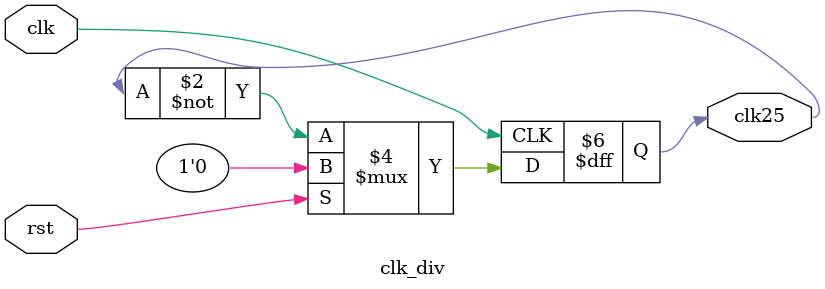
<source format=v>


module clk_div(
	input clk,
	input rst,
	output reg clk25
	);
	
	always @(posedge clk) begin
		if(rst)
			clk25 <= 0;
		else
			clk25 <= ~clk25;
	end
	
endmodule

</source>
